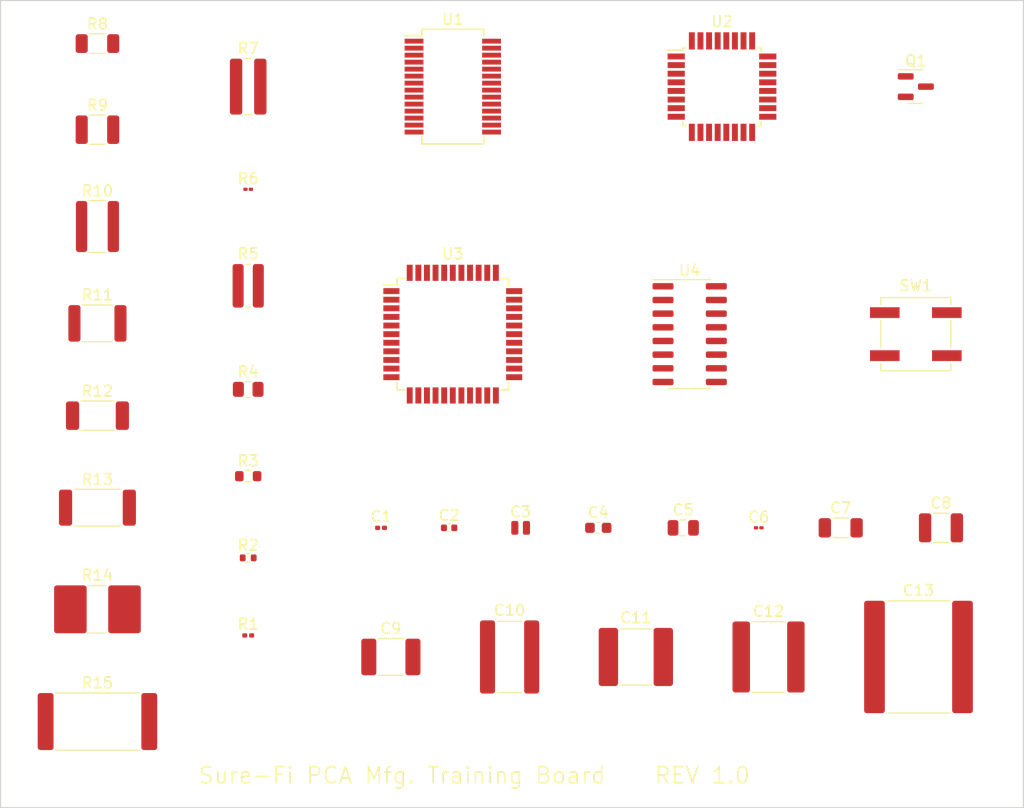
<source format=kicad_pcb>
(kicad_pcb (version 20211014) (generator pcbnew)
  (layers (0 "F.Cu" signal) (31 "B.Cu" signal) (34 "B.Paste" user) (35 "F.Paste" user) (36 "B.SilkS" user "B.Silkscreen") (37 "F.SilkS" user "F.Silkscreen") (38 "B.Mask" user) (39 "F.Mask" user) (44 "Edge.Cuts" user))
  (net 0 "")
  (net 71 "Net-(U1-Pad15)")
  (net 120 "Net-(U3-Pad17)")
  (net 121 "Net-(U3-Pad18)")
  (footprint "Package_QFP:TQFP-44_10x10mm_P0.8mm" (layer "F.Cu") (at 139 78)
    (fp_text reference "U3" (at 0 -7.45) (layer "F.SilkS"))
    (fp_text value "ATmega16-16A")
    (fp_line (start 5.175 5.175) (end 4.5 5.175) (layer "F.SilkS") (width 0.15))
    (fp_line (start -5.175 5.175) (end -4.5 5.175) (layer "F.SilkS") (width 0.15))
    (fp_line (start 5.175 -5.175) (end 4.5 -5.175) (layer "F.SilkS") (width 0.15))
    (fp_line (start 5.175 5.175) (end 5.175 4.5) (layer "F.SilkS") (width 0.15))
    (fp_line (start -5.175 -4.6) (end -6.45 -4.6) (layer "F.SilkS") (width 0.15))
    (fp_line (start -5.175 -5.175) (end -4.5 -5.175) (layer "F.SilkS") (width 0.15))
    (fp_line (start 5.175 -5.175) (end 5.175 -4.5) (layer "F.SilkS") (width 0.15))
    (fp_line (start -5.175 5.175) (end -5.175 4.5) (layer "F.SilkS") (width 0.15))
    (fp_line (start -5.175 -5.175) (end -5.175 -4.6) (layer "F.SilkS") (width 0.15))
    (pad "1" smd rect (at -5.7 -4) (size 1.5 0.55) (layers "F.Cu" "F.Paste" "F.Mask"))
    (pad "2" smd rect (at -5.7 -3.2) (size 1.5 0.55) (layers "F.Cu" "F.Paste" "F.Mask"))
    (pad "3" smd rect (at -5.7 -2.4) (size 1.5 0.55) (layers "F.Cu" "F.Paste" "F.Mask"))
    (pad "4" smd rect (at -5.7 -1.6) (size 1.5 0.55) (layers "F.Cu" "F.Paste" "F.Mask"))
    (pad "5" smd rect (at -5.7 -0.8) (size 1.5 0.55) (layers "F.Cu" "F.Paste" "F.Mask") (net 120 "Net-(U3-Pad17)"))
    (pad "6" smd rect (at -5.7 0) (size 1.5 0.55) (layers "F.Cu" "F.Paste" "F.Mask") (net 121 "Net-(U3-Pad18)"))
    (pad "7" smd rect (at -5.7 0.8) (size 1.5 0.55) (layers "F.Cu" "F.Paste" "F.Mask"))
    (pad "8" smd rect (at -5.7 1.6) (size 1.5 0.55) (layers "F.Cu" "F.Paste" "F.Mask"))
    (pad "9" smd rect (at -5.7 2.4) (size 1.5 0.55) (layers "F.Cu" "F.Paste" "F.Mask"))
    (pad "10" smd rect (at -5.7 3.2) (size 1.5 0.55) (layers "F.Cu" "F.Paste" "F.Mask"))
    (pad "11" smd rect (at -5.7 4) (size 1.5 0.55) (layers "F.Cu" "F.Paste" "F.Mask"))
    (pad "12" smd rect (at -4 5.7 90) (size 1.5 0.55) (layers "F.Cu" "F.Paste" "F.Mask"))
    (pad "13" smd rect (at -3.2 5.7 90) (size 1.5 0.55) (layers "F.Cu" "F.Paste" "F.Mask"))
    (pad "14" smd rect (at -2.4 5.7 90) (size 1.5 0.55) (layers "F.Cu" "F.Paste" "F.Mask"))
    (pad "15" smd rect (at -1.6 5.7 90) (size 1.5 0.55) (layers "F.Cu" "F.Paste" "F.Mask"))
    (pad "16" smd rect (at -0.8 5.7 90) (size 1.5 0.55) (layers "F.Cu" "F.Paste" "F.Mask"))
    (pad "17" smd rect (at 0 5.7 90) (size 1.5 0.55) (layers "F.Cu" "F.Paste" "F.Mask") (net 120 "Net-(U3-Pad17)"))
    (pad "18" smd rect (at 0.8 5.7 90) (size 1.5 0.55) (layers "F.Cu" "F.Paste" "F.Mask") (net 121 "Net-(U3-Pad18)"))
    (pad "19" smd rect (at 1.6 5.7 90) (size 1.5 0.55) (layers "F.Cu" "F.Paste" "F.Mask"))
    (pad "20" smd rect (at 2.4 5.7 90) (size 1.5 0.55) (layers "F.Cu" "F.Paste" "F.Mask"))
    (pad "21" smd rect (at 3.2 5.7 90) (size 1.5 0.55) (layers "F.Cu" "F.Paste" "F.Mask"))
    (pad "22" smd rect (at 4 5.7 90) (size 1.5 0.55) (layers "F.Cu" "F.Paste" "F.Mask"))
    (pad "23" smd rect (at 5.7 4) (size 1.5 0.55) (layers "F.Cu" "F.Paste" "F.Mask"))
    (pad "24" smd rect (at 5.7 3.2) (size 1.5 0.55) (layers "F.Cu" "F.Paste" "F.Mask"))
    (pad "25" smd rect (at 5.7 2.4) (size 1.5 0.55) (layers "F.Cu" "F.Paste" "F.Mask"))
    (pad "26" smd rect (at 5.7 1.6) (size 1.5 0.55) (layers "F.Cu" "F.Paste" "F.Mask"))
    (pad "27" smd rect (at 5.7 0.8) (size 1.5 0.55) (layers "F.Cu" "F.Paste" "F.Mask"))
    (pad "28" smd rect (at 5.7 0) (size 1.5 0.55) (layers "F.Cu" "F.Paste" "F.Mask") (net 121 "Net-(U3-Pad18)"))
    (pad "29" smd rect (at 5.7 -0.8) (size 1.5 0.55) (layers "F.Cu" "F.Paste" "F.Mask"))
    (pad "30" smd rect (at 5.7 -1.6) (size 1.5 0.55) (layers "F.Cu" "F.Paste" "F.Mask"))
    (pad "31" smd rect (at 5.7 -2.4) (size 1.5 0.55) (layers "F.Cu" "F.Paste" "F.Mask"))
    (pad "32" smd rect (at 5.7 -3.2) (size 1.5 0.55) (layers "F.Cu" "F.Paste" "F.Mask"))
    (pad "33" smd rect (at 5.7 -4) (size 1.5 0.55) (layers "F.Cu" "F.Paste" "F.Mask"))
    (pad "34" smd rect (at 4 -5.7 90) (size 1.5 0.55) (layers "F.Cu" "F.Paste" "F.Mask"))
    (pad "35" smd rect (at 3.2 -5.7 90) (size 1.5 0.55) (layers "F.Cu" "F.Paste" "F.Mask"))
    (pad "36" smd rect (at 2.4 -5.7 90) (size 1.5 0.55) (layers "F.Cu" "F.Paste" "F.Mask"))
    (pad "37" smd rect (at 1.6 -5.7 90) (size 1.5 0.55) (layers "F.Cu" "F.Paste" "F.Mask"))
    (pad "38" smd rect (at 0.8 -5.7 90) (size 1.5 0.55) (layers "F.Cu" "F.Paste" "F.Mask") (net 120 "Net-(U3-Pad17)"))
    (pad "39" smd rect (at 0 -5.7 90) (size 1.5 0.55) (layers "F.Cu" "F.Paste" "F.Mask") (net 121 "Net-(U3-Pad18)"))
    (pad "40" smd rect (at -0.8 -5.7 90) (size 1.5 0.55) (layers "F.Cu" "F.Paste" "F.Mask"))
    (pad "41" smd rect (at -1.6 -5.7 90) (size 1.5 0.55) (layers "F.Cu" "F.Paste" "F.Mask"))
    (pad "42" smd rect (at -2.4 -5.7 90) (size 1.5 0.55) (layers "F.Cu" "F.Paste" "F.Mask"))
    (pad "43" smd rect (at -3.2 -5.7 90) (size 1.5 0.55) (layers "F.Cu" "F.Paste" "F.Mask"))
    (pad "44" smd rect (at -4 -5.7 90) (size 1.5 0.55) (layers "F.Cu" "F.Paste" "F.Mask"))
  )
  (footprint "Resistor_SMD:R_0402_1005Metric" (layer "F.Cu") (at 120 98.79)
    (fp_text reference "R2" (at 0 -1.17) (layer "F.SilkS"))
    (fp_text value "10ohm")
    (fp_line (start -0.153641 -0.38) (end 0.153641 -0.38) (layer "F.SilkS") (width 0.12))
    (fp_line (start -0.153641 0.38) (end 0.153641 0.38) (layer "F.SilkS") (width 0.12))
    (pad "1" smd roundrect (at -0.51 0) (size 0.54 0.64) (layers "F.Cu" "F.Paste" "F.Mask"))
    (pad "2" smd roundrect (at 0.51 0) (size 0.54 0.64) (layers "F.Cu" "F.Paste" "F.Mask"))
  )
  (footprint "Resistor_SMD:R_2512_6332Metric" (layer "F.Cu") (at 106 94.125)
    (fp_text reference "R13" (at 0 -2.62) (layer "F.SilkS"))
    (fp_text value "10ohm")
    (fp_line (start -2.177064 1.71) (end 2.177064 1.71) (layer "F.SilkS") (width 0.12))
    (fp_line (start -2.177064 -1.71) (end 2.177064 -1.71) (layer "F.SilkS") (width 0.12))
    (pad "1" smd roundrect (at -2.9625 0) (size 1.225 3.35) (layers "F.Cu" "F.Paste" "F.Mask") (roundrect_rratio 0.2040816327))
    (pad "2" smd roundrect (at 2.9625 0) (size 1.225 3.35) (layers "F.Cu" "F.Paste" "F.Mask") (roundrect_rratio 0.2040816327))
  )
  (footprint "Resistor_SMD:R_2816_7142Metric" (layer "F.Cu") (at 106 103.5725)
    (fp_text reference "R14" (at 0 -3.18) (layer "F.SilkS"))
    (fp_text value "10ohm")
    (fp_line (start -0.797369 2.21) (end 0.797369 2.21) (layer "F.SilkS") (width 0.12))
    (fp_line (start -0.797369 -2.21) (end 0.797369 -2.21) (layer "F.SilkS") (width 0.12))
    (pad "1" smd roundrect (at -2.5125 0) (size 3.025 4.45) (layers "F.Cu" "F.Paste" "F.Mask") (roundrect_rratio 0.08264495868))
    (pad "2" smd roundrect (at 2.5125 0) (size 3.025 4.45) (layers "F.Cu" "F.Paste" "F.Mask") (roundrect_rratio 0.08264495868))
  )
  (footprint "Button_Switch_SMD:SW_SPST_B3SL-1022P" (layer "F.Cu") (at 182 78)
    (fp_text reference "SW1" (at 0 -4.5) (layer "F.SilkS"))
    (fp_text value "SW_SPST")
    (fp_line (start 3.25 2.75) (end 3.25 3.4) (layer "F.SilkS") (width 0.12))
    (fp_line (start -3.25 -3.4) (end -3.25 -2.75) (layer "F.SilkS") (width 0.12))
    (fp_line (start 3.25 3.4) (end -3.25 3.4) (layer "F.SilkS") (width 0.12))
    (fp_line (start -3.25 -1.25) (end -3.25 1.25) (layer "F.SilkS") (width 0.12))
    (fp_line (start 3.25 -1.25) (end 3.25 1.25) (layer "F.SilkS") (width 0.12))
    (fp_line (start 3.25 -3.4) (end -3.25 -3.4) (layer "F.SilkS") (width 0.12))
    (fp_line (start 3.25 -2.75) (end 3.25 -3.4) (layer "F.SilkS") (width 0.12))
    (fp_line (start -3.25 3.4) (end -3.25 2.75) (layer "F.SilkS") (width 0.12))
    (pad "1" smd rect (at -2.88 -2) (size 2.75 1) (layers "F.Cu" "F.Paste" "F.Mask"))
    (pad "1" smd rect (at 2.88 -2) (size 2.75 1) (layers "F.Cu" "F.Paste" "F.Mask"))
    (pad "2" smd rect (at 2.88 2) (size 2.75 1) (layers "F.Cu" "F.Paste" "F.Mask"))
    (pad "2" smd rect (at -2.88 2) (size 2.75 1) (layers "F.Cu" "F.Paste" "F.Mask"))
  )
  (footprint "Package_SO:SSOP-28_5.3x10.2mm_P0.65mm" (layer "F.Cu") (at 139 55)
    (fp_text reference "U1" (at 0 -6.25) (layer "F.SilkS"))
    (fp_text value "ATmega3208-X")
    (fp_line (start -2.875 5.325) (end 2.875 5.325) (layer "F.SilkS") (width 0.15))
    (fp_line (start 2.875 -5.325) (end 2.875 -4.675) (layer "F.SilkS") (width 0.15))
    (fp_line (start -2.875 -5.325) (end 2.875 -5.325) (layer "F.SilkS") (width 0.15))
    (fp_line (start -2.875 -4.75) (end -4.475 -4.75) (layer "F.SilkS") (width 0.15))
    (fp_line (start -2.875 -5.325) (end -2.875 -4.75) (layer "F.SilkS") (width 0.15))
    (fp_line (start 2.875 5.325) (end 2.875 4.675) (layer "F.SilkS") (width 0.15))
    (fp_line (start -2.875 5.325) (end -2.875 4.675) (layer "F.SilkS") (width 0.15))
    (pad "1" smd rect (at -3.6 -4.225) (size 1.75 0.45) (layers "F.Cu" "F.Paste" "F.Mask"))
    (pad "2" smd rect (at -3.6 -3.575) (size 1.75 0.45) (layers "F.Cu" "F.Paste" "F.Mask"))
    (pad "3" smd rect (at -3.6 -2.925) (size 1.75 0.45) (layers "F.Cu" "F.Paste" "F.Mask"))
    (pad "4" smd rect (at -3.6 -2.275) (size 1.75 0.45) (layers "F.Cu" "F.Paste" "F.Mask"))
    (pad "5" smd rect (at -3.6 -1.625) (size 1.75 0.45) (layers "F.Cu" "F.Paste" "F.Mask"))
    (pad "6" smd rect (at -3.6 -0.975) (size 1.75 0.45) (layers "F.Cu" "F.Paste" "F.Mask"))
    (pad "7" smd rect (at -3.6 -0.325) (size 1.75 0.45) (layers "F.Cu" "F.Paste" "F.Mask"))
    (pad "8" smd rect (at -3.6 0.325) (size 1.75 0.45) (layers "F.Cu" "F.Paste" "F.Mask"))
    (pad "9" smd rect (at -3.6 0.975) (size 1.75 0.45) (layers "F.Cu" "F.Paste" "F.Mask"))
    (pad "10" smd rect (at -3.6 1.625) (size 1.75 0.45) (layers "F.Cu" "F.Paste" "F.Mask"))
    (pad "11" smd rect (at -3.6 2.275) (size 1.75 0.45) (layers "F.Cu" "F.Paste" "F.Mask"))
    (pad "12" smd rect (at -3.6 2.925) (size 1.75 0.45) (layers "F.Cu" "F.Paste" "F.Mask"))
    (pad "13" smd rect (at -3.6 3.575) (size 1.75 0.45) (layers "F.Cu" "F.Paste" "F.Mask"))
    (pad "14" smd rect (at -3.6 4.225) (size 1.75 0.45) (layers "F.Cu" "F.Paste" "F.Mask"))
    (pad "15" smd rect (at 3.6 4.225) (size 1.75 0.45) (layers "F.Cu" "F.Paste" "F.Mask") (net 71 "Net-(U1-Pad15)"))
    (pad "16" smd rect (at 3.6 3.575) (size 1.75 0.45) (layers "F.Cu" "F.Paste" "F.Mask"))
    (pad "17" smd rect (at 3.6 2.925) (size 1.75 0.45) (layers "F.Cu" "F.Paste" "F.Mask"))
    (pad "18" smd rect (at 3.6 2.275) (size 1.75 0.45) (layers "F.Cu" "F.Paste" "F.Mask"))
    (pad "19" smd rect (at 3.6 1.625) (size 1.75 0.45) (layers "F.Cu" "F.Paste" "F.Mask"))
    (pad "20" smd rect (at 3.6 0.975) (size 1.75 0.45) (layers "F.Cu" "F.Paste" "F.Mask"))
    (pad "21" smd rect (at 3.6 0.325) (size 1.75 0.45) (layers "F.Cu" "F.Paste" "F.Mask") (net 71 "Net-(U1-Pad15)"))
    (pad "22" smd rect (at 3.6 -0.325) (size 1.75 0.45) (layers "F.Cu" "F.Paste" "F.Mask"))
    (pad "23" smd rect (at 3.6 -0.975) (size 1.75 0.45) (layers "F.Cu" "F.Paste" "F.Mask"))
    (pad "24" smd rect (at 3.6 -1.625) (size 1.75 0.45) (layers "F.Cu" "F.Paste" "F.Mask"))
    (pad "25" smd rect (at 3.6 -2.275) (size 1.75 0.45) (layers "F.Cu" "F.Paste" "F.Mask"))
    (pad "26" smd rect (at 3.6 -2.925) (size 1.75 0.45) (layers "F.Cu" "F.Paste" "F.Mask"))
    (pad "27" smd rect (at 3.6 -3.575) (size 1.75 0.45) (layers "F.Cu" "F.Paste" "F.Mask"))
    (pad "28" smd rect (at 3.6 -4.225) (size 1.75 0.45) (layers "F.Cu" "F.Paste" "F.Mask"))
  )
  (footprint "Package_SO:SOIC-16_3.9x9.9mm_P1.27mm" (layer "F.Cu") (at 161 78)
    (fp_text reference "U4" (at 0 -5.9) (layer "F.SilkS"))
    (fp_text value "AM26LS31CD")
    (fp_line (start 0 -5.06) (end 1.95 -5.06) (layer "F.SilkS") (width 0.12))
    (fp_line (start 0 5.06) (end 1.95 5.06) (layer "F.SilkS") (width 0.12))
    (fp_line (start 0 5.06) (end -1.95 5.06) (layer "F.SilkS") (width 0.12))
    (fp_line (start 0 -5.06) (end -3.45 -5.06) (layer "F.SilkS") (width 0.12))
    (pad "1" smd roundrect (at -2.475 -4.445) (size 1.95 0.6) (layers "F.Cu" "F.Paste" "F.Mask"))
    (pad "2" smd roundrect (at -2.475 -3.175) (size 1.95 0.6) (layers "F.Cu" "F.Paste" "F.Mask"))
    (pad "3" smd roundrect (at -2.475 -1.905) (size 1.95 0.6) (layers "F.Cu" "F.Paste" "F.Mask"))
    (pad "4" smd roundrect (at -2.475 -0.635) (size 1.95 0.6) (layers "F.Cu" "F.Paste" "F.Mask"))
    (pad "5" smd roundrect (at -2.475 0.635) (size 1.95 0.6) (layers "F.Cu" "F.Paste" "F.Mask"))
    (pad "6" smd roundrect (at -2.475 1.905) (size 1.95 0.6) (layers "F.Cu" "F.Paste" "F.Mask"))
    (pad "7" smd roundrect (at -2.475 3.175) (size 1.95 0.6) (layers "F.Cu" "F.Paste" "F.Mask"))
    (pad "8" smd roundrect (at -2.475 4.445) (size 1.95 0.6) (layers "F.Cu" "F.Paste" "F.Mask"))
    (pad "9" smd roundrect (at 2.475 4.445) (size 1.95 0.6) (layers "F.Cu" "F.Paste" "F.Mask"))
    (pad "10" smd roundrect (at 2.475 3.175) (size 1.95 0.6) (layers "F.Cu" "F.Paste" "F.Mask"))
    (pad "11" smd roundrect (at 2.475 1.905) (size 1.95 0.6) (layers "F.Cu" "F.Paste" "F.Mask"))
    (pad "12" smd roundrect (at 2.475 0.635) (size 1.95 0.6) (layers "F.Cu" "F.Paste" "F.Mask"))
    (pad "13" smd roundrect (at 2.475 -0.635) (size 1.95 0.6) (layers "F.Cu" "F.Paste" "F.Mask"))
    (pad "14" smd roundrect (at 2.475 -1.905) (size 1.95 0.6) (layers "F.Cu" "F.Paste" "F.Mask"))
    (pad "15" smd roundrect (at 2.475 -3.175) (size 1.95 0.6) (layers "F.Cu" "F.Paste" "F.Mask"))
    (pad "16" smd roundrect (at 2.475 -4.445) (size 1.95 0.6) (layers "F.Cu" "F.Paste" "F.Mask"))
  )
  (footprint "Resistor_SMD:R_2010_5025Metric" (layer "F.Cu") (at 106 85.5775)
    (fp_text reference "R12" (at 0 -2.28) (layer "F.SilkS"))
    (fp_text value "10ohm")
    (fp_line (start -1.527064 1.36) (end 1.527064 1.36) (layer "F.SilkS") (width 0.12))
    (fp_line (start -1.527064 -1.36) (end 1.527064 -1.36) (layer "F.SilkS") (width 0.12))
    (pad "1" smd roundrect (at -2.3125 0) (size 1.225 2.65) (layers "F.Cu" "F.Paste" "F.Mask") (roundrect_rratio 0.2040816327))
    (pad "2" smd roundrect (at 2.3125 0) (size 1.225 2.65) (layers "F.Cu" "F.Paste" "F.Mask") (roundrect_rratio 0.2040816327))
  )
  (footprint "Capacitor_SMD:C_1825_4564Metric" (layer "F.Cu") (at 144.275 108)
    (fp_text reference "C10" (at 0 -4.35) (layer "F.SilkS"))
    (fp_text value "10uF")
    (fp_line (start -1.115748 -3.31) (end 1.115748 -3.31) (layer "F.SilkS") (width 0.12))
    (fp_line (start -1.115748 3.31) (end 1.115748 3.31) (layer "F.SilkS") (width 0.12))
    (pad "1" smd roundrect (at -2.05 0) (size 1.4 6.8) (layers "F.Cu" "F.Paste" "F.Mask") (roundrect_rratio 0.1785707143))
    (pad "2" smd roundrect (at 2.05 0) (size 1.4 6.8) (layers "F.Cu" "F.Paste" "F.Mask") (roundrect_rratio 0.1785707143))
  )
  (footprint "Resistor_SMD:R_0201_0603Metric" (layer "F.Cu") (at 120 106)
    (fp_text reference "R1" (at 0 -1.05) (layer "F.SilkS"))
    (fp_text value "10ohm")
    (pad "1" smd roundrect (at -0.32 0) (size 0.46 0.4) (layers "F.Cu" "F.Mask"))
    (pad "2" smd roundrect (at 0.32 0) (size 0.46 0.4) (layers "F.Cu" "F.Mask"))
  )
  (footprint "Resistor_SMD:R_1206_3216Metric" (layer "F.Cu") (at 106 51)
    (fp_text reference "R8" (at 0 -1.82) (layer "F.SilkS"))
    (fp_text value "10ohm")
    (fp_line (start -0.727064 0.91) (end 0.727064 0.91) (layer "F.SilkS") (width 0.12))
    (fp_line (start -0.727064 -0.91) (end 0.727064 -0.91) (layer "F.SilkS") (width 0.12))
    (pad "1" smd roundrect (at -1.4625 0) (size 1.125 1.75) (layers "F.Cu" "F.Paste" "F.Mask") (roundrect_rratio 0.2222222222))
    (pad "2" smd roundrect (at 1.4625 0) (size 1.125 1.75) (layers "F.Cu" "F.Paste" "F.Mask") (roundrect_rratio 0.2222222222))
  )
  (footprint "Resistor_SMD:R_1812_4532Metric" (layer "F.Cu") (at 106 77)
    (fp_text reference "R11" (at 0 -2.65) (layer "F.SilkS"))
    (fp_text value "10ohm")
    (fp_line (start -1.386252 1.71) (end 1.386252 1.71) (layer "F.SilkS") (width 0.12))
    (fp_line (start -1.386252 -1.71) (end 1.386252 -1.71) (layer "F.SilkS") (width 0.12))
    (pad "1" smd roundrect (at -2.1375 0) (size 1.125 3.4) (layers "F.Cu" "F.Paste" "F.Mask") (roundrect_rratio 0.2222222222))
    (pad "2" smd roundrect (at 2.1375 0) (size 1.125 3.4) (layers "F.Cu" "F.Paste" "F.Mask") (roundrect_rratio 0.2222222222))
  )
  (footprint "Package_QFP:TQFP-32_7x7mm_P0.8mm" (layer "F.Cu") (at 164 55)
    (fp_text reference "U2" (at 0 -6.05) (layer "F.SilkS"))
    (fp_text value "ATmega8U2-A")
    (fp_line (start -3.625 -3.4) (end -5.05 -3.4) (layer "F.SilkS") (width 0.15))
    (fp_line (start -3.625 -3.625) (end -3.3 -3.625) (layer "F.SilkS") (width 0.15))
    (fp_line (start 3.625 -3.625) (end 3.625 -3.3) (layer "F.SilkS") (width 0.15))
    (fp_line (start 3.625 3.625) (end 3.625 3.3) (layer "F.SilkS") (width 0.15))
    (fp_line (start -3.625 -3.625) (end -3.625 -3.4) (layer "F.SilkS") (width 0.15))
    (fp_line (start 3.625 -3.625) (end 3.3 -3.625) (layer "F.SilkS") (width 0.15))
    (fp_line (start -3.625 3.625) (end -3.3 3.625) (layer "F.SilkS") (width 0.15))
    (fp_line (start 3.625 3.625) (end 3.3 3.625) (layer "F.SilkS") (width 0.15))
    (fp_line (start -3.625 3.625) (end -3.625 3.3) (layer "F.SilkS") (width 0.15))
    (pad "1" smd rect (at -4.25 -2.8) (size 1.6 0.55) (layers "F.Cu" "F.Paste" "F.Mask"))
    (pad "2" smd rect (at -4.25 -2) (size 1.6 0.55) (layers "F.Cu" "F.Paste" "F.Mask"))
    (pad "3" smd rect (at -4.25 -1.2) (size 1.6 0.55) (layers "F.Cu" "F.Paste" "F.Mask"))
    (pad "4" smd rect (at -4.25 -0.4) (size 1.6 0.55) (layers "F.Cu" "F.Paste" "F.Mask"))
    (pad "5" smd rect (at -4.25 0.4) (size 1.6 0.55) (layers "F.Cu" "F.Paste" "F.Mask"))
    (pad "6" smd rect (at -4.25 1.2) (size 1.6 0.55) (layers "F.Cu" "F.Paste" "F.Mask"))
    (pad "7" smd rect (at -4.25 2) (size 1.6 0.55) (layers "F.Cu" "F.Paste" "F.Mask"))
    (pad "8" smd rect (at -4.25 2.8) (size 1.6 0.55) (layers "F.Cu" "F.Paste" "F.Mask"))
    (pad "9" smd rect (at -2.8 4.25 90) (size 1.6 0.55) (layers "F.Cu" "F.Paste" "F.Mask"))
    (pad "10" smd rect (at -2 4.25 90) (size 1.6 0.55) (layers "F.Cu" "F.Paste" "F.Mask"))
    (pad "11" smd rect (at -1.2 4.25 90) (size 1.6 0.55) (layers "F.Cu" "F.Paste" "F.Mask"))
    (pad "12" smd rect (at -0.4 4.25 90) (size 1.6 0.55) (layers "F.Cu" "F.Paste" "F.Mask"))
    (pad "13" smd rect (at 0.4 4.25 90) (size 1.6 0.55) (layers "F.Cu" "F.Paste" "F.Mask"))
    (pad "14" smd rect (at 1.2 4.25 90) (size 1.6 0.55) (layers "F.Cu" "F.Paste" "F.Mask"))
    (pad "15" smd rect (at 2 4.25 90) (size 1.6 0.55) (layers "F.Cu" "F.Paste" "F.Mask"))
    (pad "16" smd rect (at 2.8 4.25 90) (size 1.6 0.55) (layers "F.Cu" "F.Paste" "F.Mask"))
    (pad "17" smd rect (at 4.25 2.8) (size 1.6 0.55) (layers "F.Cu" "F.Paste" "F.Mask"))
    (pad "18" smd rect (at 4.25 2) (size 1.6 0.55) (layers "F.Cu" "F.Paste" "F.Mask"))
    (pad "19" smd rect (at 4.25 1.2) (size 1.6 0.55) (layers "F.Cu" "F.Paste" "F.Mask"))
    (pad "20" smd rect (at 4.25 0.4) (size 1.6 0.55) (layers "F.Cu" "F.Paste" "F.Mask"))
    (pad "21" smd rect (at 4.25 -0.4) (size 1.6 0.55) (layers "F.Cu" "F.Paste" "F.Mask"))
    (pad "22" smd rect (at 4.25 -1.2) (size 1.6 0.55) (layers "F.Cu" "F.Paste" "F.Mask"))
    (pad "23" smd rect (at 4.25 -2) (size 1.6 0.55) (layers "F.Cu" "F.Paste" "F.Mask"))
    (pad "24" smd rect (at 4.25 -2.8) (size 1.6 0.55) (layers "F.Cu" "F.Paste" "F.Mask"))
    (pad "25" smd rect (at 2.8 -4.25 90) (size 1.6 0.55) (layers "F.Cu" "F.Paste" "F.Mask"))
    (pad "26" smd rect (at 2 -4.25 90) (size 1.6 0.55) (layers "F.Cu" "F.Paste" "F.Mask"))
    (pad "27" smd rect (at 1.2 -4.25 90) (size 1.6 0.55) (layers "F.Cu" "F.Paste" "F.Mask"))
    (pad "28" smd rect (at 0.4 -4.25 90) (size 1.6 0.55) (layers "F.Cu" "F.Paste" "F.Mask"))
    (pad "29" smd rect (at -0.4 -4.25 90) (size 1.6 0.55) (layers "F.Cu" "F.Paste" "F.Mask"))
    (pad "30" smd rect (at -1.2 -4.25 90) (size 1.6 0.55) (layers "F.Cu" "F.Paste" "F.Mask"))
    (pad "31" smd rect (at -2 -4.25 90) (size 1.6 0.55) (layers "F.Cu" "F.Paste" "F.Mask"))
    (pad "32" smd rect (at -2.8 -4.25 90) (size 1.6 0.55) (layers "F.Cu" "F.Paste" "F.Mask"))
  )
  (footprint "Resistor_SMD:R_1020_2550Metric" (layer "F.Cu") (at 120 55)
    (fp_text reference "R7" (at 0 -3.55) (layer "F.SilkS"))
    (fp_text value "10ohm")
    (fp_line (start -0.361252 -2.61) (end 0.361252 -2.61) (layer "F.SilkS") (width 0.12))
    (fp_line (start -0.361252 2.61) (end 0.361252 2.61) (layer "F.SilkS") (width 0.12))
    (pad "1" smd roundrect (at -1.125 0) (size 1.15 5.2) (layers "F.Cu" "F.Paste" "F.Mask") (roundrect_rratio 0.2173913043))
    (pad "2" smd roundrect (at 1.125 0) (size 1.15 5.2) (layers "F.Cu" "F.Paste" "F.Mask") (roundrect_rratio 0.2173913043))
  )
  (footprint "Capacitor_SMD:C_0603_1608Metric" (layer "F.Cu") (at 152.511784 96)
    (fp_text reference "C4" (at 0 -1.43) (layer "F.SilkS"))
    (fp_text value "10uF")
    (fp_line (start -0.14058 0.51) (end 0.14058 0.51) (layer "F.SilkS") (width 0.12))
    (fp_line (start -0.14058 -0.51) (end 0.14058 -0.51) (layer "F.SilkS") (width 0.12))
    (pad "1" smd roundrect (at -0.775 0) (size 0.9 0.95) (layers "F.Cu" "F.Paste" "F.Mask"))
    (pad "2" smd roundrect (at 0.775 0) (size 0.9 0.95) (layers "F.Cu" "F.Paste" "F.Mask"))
  )
  (footprint "Resistor_SMD:R_1210_3225Metric" (layer "F.Cu") (at 106 59)
    (fp_text reference "R9" (at 0 -2.28) (layer "F.SilkS"))
    (fp_text value "10ohm")
    (fp_line (start -0.723737 -1.355) (end 0.723737 -1.355) (layer "F.SilkS") (width 0.12))
    (fp_line (start -0.723737 1.355) (end 0.723737 1.355) (layer "F.SilkS") (width 0.12))
    (pad "1" smd roundrect (at -1.4625 0) (size 1.125 2.65) (layers "F.Cu" "F.Paste" "F.Mask") (roundrect_rratio 0.2222222222))
    (pad "2" smd roundrect (at 1.4625 0) (size 1.125 2.65) (layers "F.Cu" "F.Paste" "F.Mask") (roundrect_rratio 0.2222222222))
  )
  (footprint "Capacitor_SMD:C_0201_0603Metric" (layer "F.Cu") (at 132.3375 96)
    (fp_text reference "C1" (at 0 -1.05) (layer "F.SilkS"))
    (fp_text value "10uF")
    (pad "1" smd roundrect (at -0.32 0) (size 0.46 0.4) (layers "F.Cu" "F.Mask"))
    (pad "2" smd roundrect (at 0.32 0) (size 0.46 0.4) (layers "F.Cu" "F.Mask"))
  )
  (footprint "Resistor_SMD:R_0603_1608Metric" (layer "F.Cu") (at 120 91.2)
    (fp_text reference "R3" (at 0 -1.43) (layer "F.SilkS"))
    (fp_text value "10ohm")
    (fp_line (start -0.237258 0.5225) (end 0.237258 0.5225) (layer "F.SilkS") (width 0.12))
    (fp_line (start -0.237258 -0.5225) (end 0.237258 -0.5225) (layer "F.SilkS") (width 0.12))
    (pad "1" smd roundrect (at -0.825 0) (size 0.8 0.95) (layers "F.Cu" "F.Paste" "F.Mask"))
    (pad "2" smd roundrect (at 0.825 0) (size 0.8 0.95) (layers "F.Cu" "F.Paste" "F.Mask"))
  )
  (footprint "Capacitor_SMD:C_0504_1310Metric" (layer "F.Cu") (at 145.300356 96)
    (fp_text reference "C3" (at 0 -1.49) (layer "F.SilkS"))
    (fp_text value "10uF")
    (pad "1" smd roundrect (at -0.54 0) (size 0.66 1.28) (layers "F.Cu" "F.Paste" "F.Mask"))
    (pad "2" smd roundrect (at 0.54 0) (size 0.66 1.28) (layers "F.Cu" "F.Paste" "F.Mask"))
  )
  (footprint "Capacitor_SMD:C_0402_1005Metric" (layer "F.Cu") (at 138.658928 96)
    (fp_text reference "C2" (at 0 -1.16) (layer "F.SilkS"))
    (fp_text value "10uF")
    (fp_line (start -0.107836 -0.36) (end 0.107836 -0.36) (layer "F.SilkS") (width 0.12))
    (fp_line (start -0.107836 0.36) (end 0.107836 0.36) (layer "F.SilkS") (width 0.12))
    (pad "1" smd roundrect (at -0.48 0) (size 0.56 0.62) (layers "F.Cu" "F.Paste" "F.Mask"))
    (pad "2" smd roundrect (at 0.48 0) (size 0.56 0.62) (layers "F.Cu" "F.Paste" "F.Mask"))
  )
  (footprint "Capacitor_SMD:C_1206_3216Metric" (layer "F.Cu") (at 175.026068 96)
    (fp_text reference "C7" (at 0 -1.85) (layer "F.SilkS"))
    (fp_text value "10uF")
    (fp_line (start -0.711252 0.91) (end 0.711252 0.91) (layer "F.SilkS") (width 0.12))
    (fp_line (start -0.711252 -0.91) (end 0.711252 -0.91) (layer "F.SilkS") (width 0.12))
    (pad "1" smd roundrect (at -1.475 0) (size 1.15 1.8) (layers "F.Cu" "F.Paste" "F.Mask") (roundrect_rratio 0.2173913043))
    (pad "2" smd roundrect (at 1.475 0) (size 1.15 1.8) (layers "F.Cu" "F.Paste" "F.Mask") (roundrect_rratio 0.2173913043))
  )
  (footprint "Package_TO_SOT_SMD:SOT-23" (layer "F.Cu") (at 182 55)
    (fp_text reference "Q1" (at 0 -2.4) (layer "F.SilkS"))
    (fp_text value "BC848")
    (fp_line (start 0 -1.56) (end 0.65 -1.56) (layer "F.SilkS") (width 0.12))
    (fp_line (start 0 1.56) (end 0.65 1.56) (layer "F.SilkS") (width 0.12))
    (fp_line (start 0 1.56) (end -0.65 1.56) (layer "F.SilkS") (width 0.12))
    (fp_line (start 0 -1.56) (end -1.675 -1.56) (layer "F.SilkS") (width 0.12))
    (pad "1" smd roundrect (at -0.9375 -0.95) (size 1.475 0.6) (layers "F.Cu" "F.Paste" "F.Mask"))
    (pad "2" smd roundrect (at -0.9375 0.95) (size 1.475 0.6) (layers "F.Cu" "F.Paste" "F.Mask"))
    (pad "3" smd roundrect (at 0.9375 0) (size 1.475 0.6) (layers "F.Cu" "F.Paste" "F.Mask"))
  )
  (footprint "Resistor_SMD:R_0805_2012Metric" (layer "F.Cu") (at 120 83.13)
    (fp_text reference "R4" (at 0 -1.65) (layer "F.SilkS"))
    (fp_text value "10ohm")
    (fp_line (start -0.227064 0.735) (end 0.227064 0.735) (layer "F.SilkS") (width 0.12))
    (fp_line (start -0.227064 -0.735) (end 0.227064 -0.735) (layer "F.SilkS") (width 0.12))
    (pad "1" smd roundrect (at -0.9125 0) (size 1.025 1.4) (layers "F.Cu" "F.Paste" "F.Mask") (roundrect_rratio 0.243902439))
    (pad "2" smd roundrect (at 0.9125 0) (size 1.025 1.4) (layers "F.Cu" "F.Paste" "F.Mask") (roundrect_rratio 0.243902439))
  )
  (footprint "Capacitor_SMD:C_2220_5650Metric" (layer "F.Cu") (at 156 108)
    (fp_text reference "C11" (at 0 -3.65) (layer "F.SilkS"))
    (fp_text value "10uF")
    (fp_line (start -1.415748 2.61) (end 1.415748 2.61) (layer "F.SilkS") (width 0.12))
    (fp_line (start -1.415748 -2.61) (end 1.415748 -2.61) (layer "F.SilkS") (width 0.12))
    (pad "1" smd roundrect (at -2.55 0) (size 1.8 5.4) (layers "F.Cu" "F.Paste" "F.Mask") (roundrect_rratio 0.1388888889))
    (pad "2" smd roundrect (at 2.55 0) (size 1.8 5.4) (layers "F.Cu" "F.Paste" "F.Mask") (roundrect_rratio 0.1388888889))
  )
  (footprint "Capacitor_SMD:C_01005_0402Metric" (layer "F.Cu") (at 167.41464 96)
    (fp_text reference "C6" (at 0 -1) (layer "F.SilkS"))
    (fp_text value "10uF")
    (pad "1" smd roundrect (at -0.25 0) (size 0.4 0.3) (layers "F.Cu" "F.Mask"))
    (pad "2" smd roundrect (at 0.25 0) (size 0.4 0.3) (layers "F.Cu" "F.Mask"))
  )
  (footprint "Capacitor_SMD:C_1210_3225Metric" (layer "F.Cu") (at 184.3375 96)
    (fp_text reference "C8" (at 0 -2.3) (layer "F.SilkS"))
    (fp_text value "10uF")
    (fp_line (start -0.711252 -1.36) (end 0.711252 -1.36) (layer "F.SilkS") (width 0.12))
    (fp_line (start -0.711252 1.36) (end 0.711252 1.36) (layer "F.SilkS") (width 0.12))
    (pad "1" smd roundrect (at -1.475 0) (size 1.15 2.7) (layers "F.Cu" "F.Paste" "F.Mask") (roundrect_rratio 0.2173913043))
    (pad "2" smd roundrect (at 1.475 0) (size 1.15 2.7) (layers "F.Cu" "F.Paste" "F.Mask") (roundrect_rratio 0.2173913043))
  )
  (footprint "Capacitor_SMD:C_1812_4532Metric" (layer "F.Cu") (at 133.25 108)
    (fp_text reference "C9" (at 0 -2.65) (layer "F.SilkS"))
    (fp_text value "10uF")
    (fp_line (start -1.161252 -1.71) (end 1.161252 -1.71) (layer "F.SilkS") (width 0.12))
    (fp_line (start -1.161252 1.71) (end 1.161252 1.71) (layer "F.SilkS") (width 0.12))
    (pad "1" smd roundrect (at -2.05 0) (size 1.4 3.4) (layers "F.Cu" "F.Paste" "F.Mask") (roundrect_rratio 0.1785707143))
    (pad "2" smd roundrect (at 2.05 0) (size 1.4 3.4) (layers "F.Cu" "F.Paste" "F.Mask") (roundrect_rratio 0.1785707143))
  )
  (footprint "Capacitor_SMD:C_3640_9110Metric" (layer "F.Cu") (at 182.25 108)
    (fp_text reference "C13" (at 0 -6.18) (layer "F.SilkS"))
    (fp_text value "10uF")
    (fp_line (start -2.922369 5.21) (end 2.922369 5.21) (layer "F.SilkS") (width 0.12))
    (fp_line (start -2.922369 -5.21) (end 2.922369 -5.21) (layer "F.SilkS") (width 0.12))
    (pad "1" smd roundrect (at -4.0875 0) (size 1.925 10.45) (layers "F.Cu" "F.Paste" "F.Mask") (roundrect_rratio 0.1298701299))
    (pad "2" smd roundrect (at 4.0875 0) (size 1.925 10.45) (layers "F.Cu" "F.Paste" "F.Mask") (roundrect_rratio 0.1298701299))
  )
  (footprint "Resistor_SMD:R_0815_2038Metric" (layer "F.Cu") (at 120 73.51)
    (fp_text reference "R5" (at 0 -2.98) (layer "F.SilkS"))
    (fp_text value "10ohm")
    (fp_line (start -0.210242 1.985) (end 0.210242 1.985) (layer "F.SilkS") (width 0.12))
    (fp_line (start -0.210242 -1.985) (end 0.210242 -1.985) (layer "F.SilkS") (width 0.12))
    (pad "1" smd roundrect (at -0.9375 0) (size 1.025 4.05) (layers "F.Cu" "F.Paste" "F.Mask") (roundrect_rratio 0.243902439))
    (pad "2" smd roundrect (at 0.9375 0) (size 1.025 4.05) (layers "F.Cu" "F.Paste" "F.Mask") (roundrect_rratio 0.243902439))
  )
  (footprint "Capacitor_SMD:C_2225_5664Metric" (layer "F.Cu") (at 168.325 108)
    (fp_text reference "C12" (at 0 -4.25) (layer "F.SilkS"))
    (fp_text value "10uF")
    (fp_line (start -1.522369 3.285) (end 1.522369 3.285) (layer "F.SilkS") (width 0.12))
    (fp_line (start -1.522369 -3.285) (end 1.522369 -3.285) (layer "F.SilkS") (width 0.12))
    (pad "1" smd roundrect (at -2.5375 0) (size 1.625 6.6) (layers "F.Cu" "F.Paste" "F.Mask") (roundrect_rratio 0.1538461538))
    (pad "2" smd roundrect (at 2.5375 0) (size 1.625 6.6) (layers "F.Cu" "F.Paste" "F.Mask") (roundrect_rratio 0.1538461538))
  )
  (footprint "Resistor_SMD:R_4020_10251Metric" (layer "F.Cu") (at 106 114)
    (fp_text reference "R15" (at 0 -3.6) (layer "F.SilkS"))
    (fp_text value "10ohm")
    (fp_line (start -3.886252 2.66) (end 3.886252 2.66) (layer "F.SilkS") (width 0.12))
    (fp_line (start -3.886252 -2.66) (end 3.886252 -2.66) (layer "F.SilkS") (width 0.12))
    (pad "1" smd roundrect (at -4.8125 0) (size 1.475 5.3) (layers "F.Cu" "F.Paste" "F.Mask") (roundrect_rratio 0.1694922034))
    (pad "2" smd roundrect (at 4.8125 0) (size 1.475 5.3) (layers "F.Cu" "F.Paste" "F.Mask") (roundrect_rratio 0.1694922034))
  )
  (footprint "Resistor_SMD:R_01005_0402Metric" (layer "F.Cu") (at 120 64.54)
    (fp_text reference "R6" (at 0 -1) (layer "F.SilkS"))
    (fp_text value "10ohm")
    (pad "1" smd roundrect (at -0.25 0) (size 0.4 0.3) (layers "F.Cu" "F.Mask"))
    (pad "2" smd roundrect (at 0.25 0) (size 0.4 0.3) (layers "F.Cu" "F.Mask"))
  )
  (footprint "Capacitor_SMD:C_0805_2012Metric" (layer "F.Cu") (at 160.403212 96)
    (fp_text reference "C5" (at 0 -1.68) (layer "F.SilkS"))
    (fp_text value "10uF")
    (fp_line (start -0.261252 0.735) (end 0.261252 0.735) (layer "F.SilkS") (width 0.12))
    (fp_line (start -0.261252 -0.735) (end 0.261252 -0.735) (layer "F.SilkS") (width 0.12))
    (pad "1" smd roundrect (at -0.95 0) (size 1 1.45) (layers "F.Cu" "F.Paste" "F.Mask"))
    (pad "2" smd roundrect (at 0.95 0) (size 1 1.45) (layers "F.Cu" "F.Paste" "F.Mask"))
  )
  (footprint "Resistor_SMD:R_1218_3246Metric" (layer "F.Cu") (at 106 68)
    (fp_text reference "R10" (at 0 -3.32) (layer "F.SilkS"))
    (fp_text value "10ohm")
    (fp_line (start -0.777064 -2.41) (end 0.777064 -2.41) (layer "F.SilkS") (width 0.12))
    (fp_line (start -0.777064 2.41) (end 0.777064 2.41) (layer "F.SilkS") (width 0.12))
    (pad "1" smd roundrect (at -1.475 0) (size 1.05 4.75) (layers "F.Cu" "F.Paste" "F.Mask") (roundrect_rratio 0.2380952381))
    (pad "2" smd roundrect (at 1.475 0) (size 1.05 4.75) (layers "F.Cu" "F.Paste" "F.Mask") (roundrect_rratio 0.2380952381))
  )
  (gr_rect (start 97 47) (end 192 122) (layer "Edge.Cuts") (width 0.1) (fill none))
  (gr_text "Sure-Fi PCA Mfg. Training Board    REV 1.0" (at 141 119) (layer "F.SilkS") (effects (font (size 1.5 1.5))))
)
</source>
